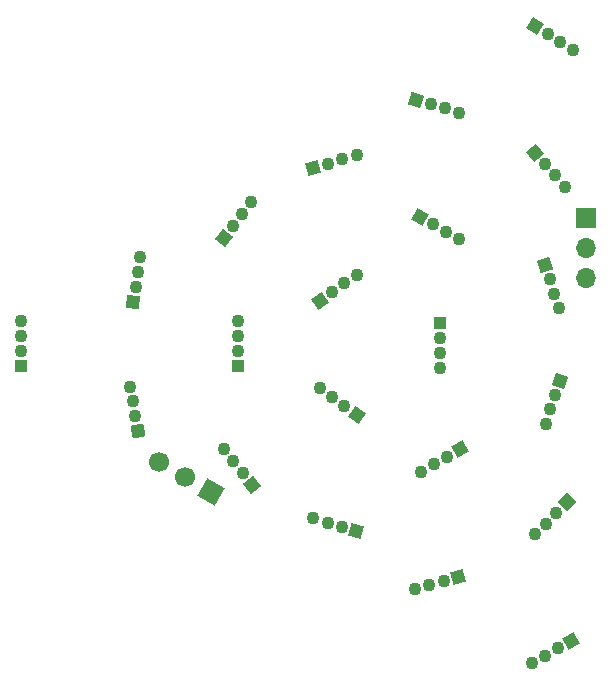
<source format=gbr>
%TF.GenerationSoftware,KiCad,Pcbnew,(6.0.2)*%
%TF.CreationDate,2022-03-10T12:30:13-08:00*%
%TF.ProjectId,triangle,74726961-6e67-46c6-952e-6b696361645f,rev?*%
%TF.SameCoordinates,Original*%
%TF.FileFunction,Soldermask,Bot*%
%TF.FilePolarity,Negative*%
%FSLAX46Y46*%
G04 Gerber Fmt 4.6, Leading zero omitted, Abs format (unit mm)*
G04 Created by KiCad (PCBNEW (6.0.2)) date 2022-03-10 12:30:13*
%MOMM*%
%LPD*%
G01*
G04 APERTURE LIST*
G04 Aperture macros list*
%AMHorizOval*
0 Thick line with rounded ends*
0 $1 width*
0 $2 $3 position (X,Y) of the first rounded end (center of the circle)*
0 $4 $5 position (X,Y) of the second rounded end (center of the circle)*
0 Add line between two ends*
20,1,$1,$2,$3,$4,$5,0*
0 Add two circle primitives to create the rounded ends*
1,1,$1,$2,$3*
1,1,$1,$4,$5*%
%AMRotRect*
0 Rectangle, with rotation*
0 The origin of the aperture is its center*
0 $1 length*
0 $2 width*
0 $3 Rotation angle, in degrees counterclockwise*
0 Add horizontal line*
21,1,$1,$2,0,0,$3*%
G04 Aperture macros list end*
%ADD10R,1.700000X1.700000*%
%ADD11O,1.700000X1.700000*%
%ADD12RotRect,1.700000X1.700000X240.000000*%
%ADD13HorizOval,1.700000X0.000000X0.000000X0.000000X0.000000X0*%
%ADD14RotRect,1.100000X1.100000X196.000000*%
%ADD15C,1.100000*%
%ADD16RotRect,1.100000X1.100000X252.000000*%
%ADD17RotRect,1.100000X1.100000X328.000000*%
%ADD18RotRect,1.100000X1.100000X100.000000*%
%ADD19RotRect,1.100000X1.100000X330.000000*%
%ADD20RotRect,1.100000X1.100000X128.000000*%
%ADD21R,1.100000X1.100000*%
%ADD22RotRect,1.100000X1.100000X53.000000*%
%ADD23RotRect,1.100000X1.100000X343.000000*%
%ADD24RotRect,1.100000X1.100000X225.000000*%
%ADD25RotRect,1.100000X1.100000X81.000000*%
%ADD26RotRect,1.100000X1.100000X144.000000*%
%ADD27RotRect,1.100000X1.100000X210.000000*%
%ADD28RotRect,1.100000X1.100000X164.000000*%
%ADD29RotRect,1.100000X1.100000X16.000000*%
%ADD30RotRect,1.100000X1.100000X312.000000*%
%ADD31RotRect,1.100000X1.100000X287.000000*%
%ADD32RotRect,1.100000X1.100000X35.000000*%
G04 APERTURE END LIST*
D10*
%TO.C,J1*%
X160050000Y-72900000D03*
D11*
X160050000Y-75440000D03*
X160050000Y-77980000D03*
%TD*%
D12*
%TO.C,J2*%
X128250000Y-96150000D03*
D13*
X126050295Y-94880000D03*
X123850591Y-93610000D03*
%TD*%
D14*
%TO.C,D9*%
X149200000Y-103300000D03*
D15*
X147979197Y-103650059D03*
X146758395Y-104000119D03*
X145537592Y-104350178D03*
%TD*%
D16*
%TO.C,D12*%
X157800000Y-86700000D03*
D15*
X157407549Y-87907842D03*
X157015097Y-89115684D03*
X156622646Y-90323526D03*
%TD*%
D17*
%TO.C,D15*%
X155718936Y-56631008D03*
D15*
X156795957Y-57304005D03*
X157872979Y-57977003D03*
X158950000Y-58650000D03*
%TD*%
D18*
%TO.C,D21*%
X122100000Y-90950000D03*
D15*
X121879467Y-89699294D03*
X121658933Y-88448588D03*
X121438400Y-87197882D03*
%TD*%
%TO.C,D5*%
X149300000Y-74700000D03*
X148200148Y-74065000D03*
X147100296Y-73430000D03*
D19*
X146000444Y-72795000D03*
%TD*%
D20*
%TO.C,D7*%
X131731890Y-95500773D03*
D15*
X130950000Y-94500000D03*
X130168110Y-93499226D03*
X129386220Y-92498453D03*
%TD*%
D21*
%TO.C,D20*%
X112200000Y-85440000D03*
D15*
X112200000Y-84170000D03*
X112200000Y-82900000D03*
X112200000Y-81630000D03*
%TD*%
D22*
%TO.C,D18*%
X129400000Y-74600000D03*
D15*
X130164305Y-73585733D03*
X130928611Y-72571465D03*
X131692916Y-71557198D03*
%TD*%
D21*
%TO.C,D1*%
X147700000Y-81800000D03*
D15*
X147700000Y-83070000D03*
X147700000Y-84340000D03*
X147700000Y-85610000D03*
%TD*%
D21*
%TO.C,D6*%
X130550000Y-85440000D03*
D15*
X130550000Y-84170000D03*
X130550000Y-82900000D03*
X130550000Y-81630000D03*
%TD*%
D23*
%TO.C,D16*%
X145656478Y-62886064D03*
D15*
X146870985Y-63257376D03*
X148085493Y-63628688D03*
X149300000Y-64000000D03*
%TD*%
D24*
%TO.C,D11*%
X158400000Y-97000000D03*
D15*
X157501975Y-97898025D03*
X156603949Y-98796051D03*
X155705924Y-99694076D03*
%TD*%
D25*
%TO.C,D19*%
X121700000Y-80000000D03*
D15*
X121898672Y-78745636D03*
X122097344Y-77491272D03*
X122296016Y-76236908D03*
%TD*%
D26*
%TO.C,D3*%
X140607399Y-89575231D03*
D15*
X139579948Y-88828744D03*
X138552496Y-88082256D03*
X137525045Y-87335769D03*
%TD*%
D27*
%TO.C,D10*%
X158800000Y-108700000D03*
D15*
X157700148Y-109335000D03*
X156600296Y-109970000D03*
X155500444Y-110605000D03*
%TD*%
%TO.C,D8*%
X136937592Y-98349822D03*
X138158395Y-98699881D03*
X139379197Y-99049941D03*
D28*
X140600000Y-99400000D03*
%TD*%
D29*
%TO.C,D17*%
X136958395Y-68650119D03*
D15*
X138179198Y-68300060D03*
X139400000Y-67950000D03*
X140620803Y-67599941D03*
%TD*%
D30*
%TO.C,D14*%
X155700000Y-67425000D03*
D15*
X156549796Y-68368794D03*
X157399592Y-69312588D03*
X158249388Y-70256382D03*
%TD*%
D31*
%TO.C,D13*%
X156600000Y-76900000D03*
D15*
X156971312Y-78114507D03*
X157342624Y-79329015D03*
X157713936Y-80543522D03*
%TD*%
D32*
%TO.C,D2*%
X137500000Y-79900000D03*
D15*
X138540323Y-79171558D03*
X139580647Y-78443116D03*
X140620970Y-77714674D03*
%TD*%
D27*
%TO.C,D4*%
X149400000Y-92500000D03*
D15*
X148300148Y-93135000D03*
X147200296Y-93770000D03*
X146100444Y-94405000D03*
%TD*%
M02*

</source>
